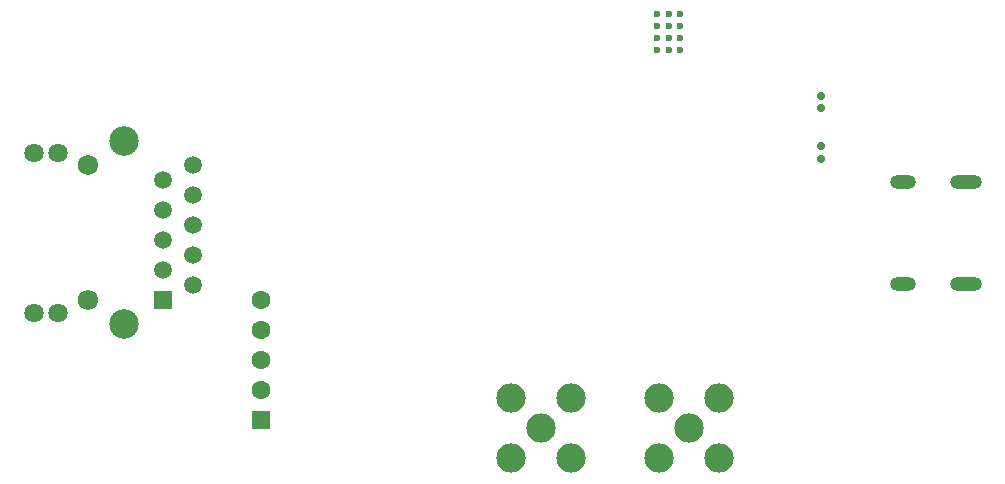
<source format=gbs>
G04*
G04 #@! TF.GenerationSoftware,Altium Limited,Altium Designer,24.4.1 (13)*
G04*
G04 Layer_Color=16711935*
%FSLAX44Y44*%
%MOMM*%
G71*
G04*
G04 #@! TF.SameCoordinates,BB8F2AFE-483E-42EE-87DF-432BFCC133BD*
G04*
G04*
G04 #@! TF.FilePolarity,Negative*
G04*
G01*
G75*
%ADD60C,1.5000*%
%ADD71O,2.7000X1.2000*%
%ADD72O,2.2000X1.2000*%
%ADD73C,2.4850*%
%ADD74C,1.6000*%
%ADD75R,1.6000X1.6000*%
%ADD76C,0.1000*%
%ADD77C,1.7250*%
%ADD78C,2.5000*%
%ADD79C,1.6300*%
%ADD80R,1.5000X1.5000*%
%ADD81C,0.7000*%
%ADD82C,0.6000*%
D60*
X550000Y667200D02*
D03*
X524600Y654500D02*
D03*
X550000Y641800D02*
D03*
X524600Y629100D02*
D03*
X550000Y616400D02*
D03*
X524600Y603700D02*
D03*
X550000Y591000D02*
D03*
X524600Y578300D02*
D03*
X550000Y565600D02*
D03*
D71*
X1204600Y566600D02*
D03*
Y653000D02*
D03*
D72*
X1151100Y566800D02*
D03*
Y653200D02*
D03*
D73*
X870400Y470400D02*
D03*
X819600D02*
D03*
Y419600D02*
D03*
X870400D02*
D03*
X845000Y445000D02*
D03*
X995400Y470400D02*
D03*
X944600D02*
D03*
Y419600D02*
D03*
X995400D02*
D03*
X970000Y445000D02*
D03*
D74*
X608000Y528200D02*
D03*
Y553600D02*
D03*
Y502800D02*
D03*
Y477400D02*
D03*
D75*
Y452000D02*
D03*
D76*
X550000Y435000D02*
D03*
Y785000D02*
D03*
X1050000D02*
D03*
Y435000D02*
D03*
D77*
X461100Y667200D02*
D03*
Y552900D02*
D03*
D78*
X491600Y687550D02*
D03*
Y532550D02*
D03*
D79*
X415400Y542200D02*
D03*
X435700D02*
D03*
X415400Y677900D02*
D03*
X435700D02*
D03*
D80*
X524600Y552900D02*
D03*
D81*
X1082002Y672170D02*
D03*
Y683170D02*
D03*
X1082000Y716000D02*
D03*
X1082002Y725670D02*
D03*
D82*
X953000Y795000D02*
D03*
Y785000D02*
D03*
Y775000D02*
D03*
Y765000D02*
D03*
X963000Y795000D02*
D03*
Y785000D02*
D03*
Y775000D02*
D03*
Y765000D02*
D03*
X943000Y795000D02*
D03*
Y785000D02*
D03*
Y775000D02*
D03*
Y765000D02*
D03*
M02*

</source>
